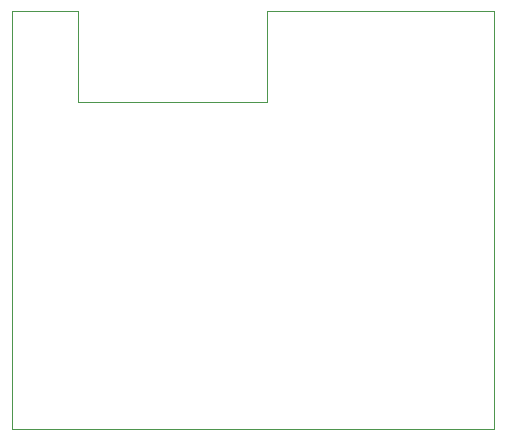
<source format=gbr>
G04*
G04 #@! TF.GenerationSoftware,Altium Limited,Altium Designer,24.1.2 (44)*
G04*
G04 Layer_Color=0*
%FSLAX25Y25*%
%MOIN*%
G70*
G04*
G04 #@! TF.SameCoordinates,539E6247-A82E-4B89-B4FB-6AA9409DBF92*
G04*
G04*
G04 #@! TF.FilePolarity,Positive*
G04*
G01*
G75*
%ADD72C,0.00100*%
D72*
X125000Y121000D02*
Y260500D01*
X147000D01*
Y230000D01*
X210000D01*
Y260500D01*
X285500D01*
Y121000D01*
X125000D01*
M02*

</source>
